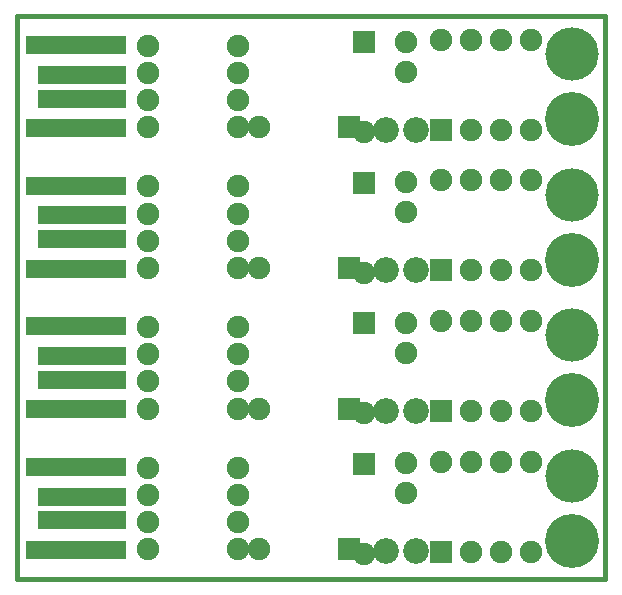
<source format=gts>
G04 (created by PCBNEW-RS274X (2011-12-23 BZR 3325)-testing) date Sunday, March 18, 2012 05:57:35 PM*
G01*
G70*
G90*
%MOIN*%
G04 Gerber Fmt 3.4, Leading zero omitted, Abs format*
%FSLAX34Y34*%
G04 APERTURE LIST*
%ADD10C,0.006000*%
%ADD11C,0.015000*%
%ADD12R,0.335000X0.059400*%
%ADD13R,0.295600X0.059400*%
%ADD14C,0.180000*%
%ADD15C,0.177500*%
%ADD16C,0.075000*%
%ADD17R,0.075000X0.075000*%
%ADD18C,0.086000*%
G04 APERTURE END LIST*
G54D10*
G54D11*
X64370Y-42913D02*
X64370Y-24173D01*
X44764Y-42913D02*
X64370Y-42913D01*
X44764Y-24173D02*
X44764Y-42913D01*
X44764Y-24173D02*
X64370Y-24173D01*
G54D12*
X46732Y-25139D03*
X46732Y-27895D03*
G54D13*
X46929Y-26123D03*
X46929Y-26911D03*
G54D14*
X63267Y-27599D03*
G54D15*
X63267Y-25434D03*
G54D16*
X49130Y-26063D03*
X52130Y-26063D03*
X49130Y-25158D03*
X52130Y-25158D03*
X49130Y-26969D03*
X52130Y-26969D03*
X49130Y-27874D03*
X52130Y-27874D03*
G54D17*
X58893Y-27958D03*
G54D16*
X59893Y-27958D03*
X60893Y-27958D03*
X61893Y-27958D03*
X61893Y-24958D03*
X60893Y-24958D03*
X59893Y-24958D03*
X58893Y-24958D03*
G54D17*
X55831Y-27874D03*
G54D16*
X52831Y-27874D03*
G54D17*
X56339Y-25036D03*
G54D16*
X56339Y-28036D03*
X57717Y-25012D03*
X57717Y-26012D03*
G54D12*
X46732Y-29824D03*
X46732Y-32580D03*
G54D13*
X46929Y-30808D03*
X46929Y-31596D03*
G54D14*
X63267Y-32284D03*
G54D15*
X63267Y-30119D03*
G54D16*
X49130Y-30748D03*
X52130Y-30748D03*
X49130Y-29843D03*
X52130Y-29843D03*
X49130Y-31654D03*
X52130Y-31654D03*
X49130Y-32559D03*
X52130Y-32559D03*
G54D17*
X58893Y-32643D03*
G54D16*
X59893Y-32643D03*
X60893Y-32643D03*
X61893Y-32643D03*
X61893Y-29643D03*
X60893Y-29643D03*
X59893Y-29643D03*
X58893Y-29643D03*
G54D17*
X55831Y-32559D03*
G54D16*
X52831Y-32559D03*
G54D17*
X56339Y-29721D03*
G54D16*
X56339Y-32721D03*
X57717Y-29697D03*
X57717Y-30697D03*
G54D12*
X46732Y-34509D03*
X46732Y-37265D03*
G54D13*
X46929Y-35493D03*
X46929Y-36281D03*
G54D14*
X63267Y-36969D03*
G54D15*
X63267Y-34804D03*
G54D16*
X49130Y-35433D03*
X52130Y-35433D03*
X49130Y-34528D03*
X52130Y-34528D03*
X49130Y-36339D03*
X52130Y-36339D03*
X49130Y-37244D03*
X52130Y-37244D03*
G54D17*
X58893Y-37328D03*
G54D16*
X59893Y-37328D03*
X60893Y-37328D03*
X61893Y-37328D03*
X61893Y-34328D03*
X60893Y-34328D03*
X59893Y-34328D03*
X58893Y-34328D03*
G54D17*
X55831Y-37244D03*
G54D16*
X52831Y-37244D03*
G54D17*
X56339Y-34406D03*
G54D16*
X56339Y-37406D03*
X57717Y-34382D03*
X57717Y-35382D03*
G54D12*
X46732Y-39194D03*
X46732Y-41950D03*
G54D13*
X46929Y-40178D03*
X46929Y-40966D03*
G54D14*
X63267Y-41654D03*
G54D15*
X63267Y-39489D03*
G54D16*
X49130Y-40118D03*
X52130Y-40118D03*
X49130Y-39213D03*
X52130Y-39213D03*
X49130Y-41024D03*
X52130Y-41024D03*
X49130Y-41929D03*
X52130Y-41929D03*
G54D17*
X58893Y-42013D03*
G54D16*
X59893Y-42013D03*
X60893Y-42013D03*
X61893Y-42013D03*
X61893Y-39013D03*
X60893Y-39013D03*
X59893Y-39013D03*
X58893Y-39013D03*
G54D17*
X55831Y-41929D03*
G54D16*
X52831Y-41929D03*
G54D17*
X56339Y-39091D03*
G54D16*
X56339Y-42091D03*
X57717Y-39067D03*
X57717Y-40067D03*
G54D18*
X57059Y-42008D03*
X58059Y-42008D03*
X57059Y-37323D03*
X58059Y-37323D03*
X57059Y-32638D03*
X58059Y-32638D03*
X57059Y-27953D03*
X58059Y-27953D03*
M02*

</source>
